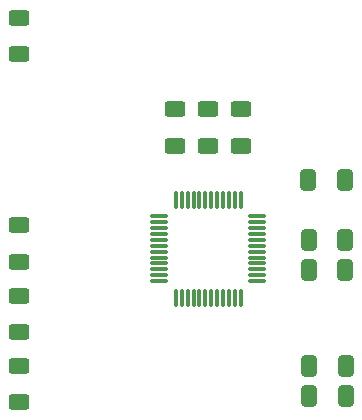
<source format=gtp>
G04 #@! TF.GenerationSoftware,KiCad,Pcbnew,9.0.0*
G04 #@! TF.CreationDate,2025-07-06T15:54:39+02:00*
G04 #@! TF.ProjectId,ckbd,636b6264-2e6b-4696-9361-645f70636258,d*
G04 #@! TF.SameCoordinates,Original*
G04 #@! TF.FileFunction,Paste,Top*
G04 #@! TF.FilePolarity,Positive*
%FSLAX46Y46*%
G04 Gerber Fmt 4.6, Leading zero omitted, Abs format (unit mm)*
G04 Created by KiCad (PCBNEW 9.0.0) date 2025-07-06 15:54:39*
%MOMM*%
%LPD*%
G01*
G04 APERTURE LIST*
G04 Aperture macros list*
%AMRoundRect*
0 Rectangle with rounded corners*
0 $1 Rounding radius*
0 $2 $3 $4 $5 $6 $7 $8 $9 X,Y pos of 4 corners*
0 Add a 4 corners polygon primitive as box body*
4,1,4,$2,$3,$4,$5,$6,$7,$8,$9,$2,$3,0*
0 Add four circle primitives for the rounded corners*
1,1,$1+$1,$2,$3*
1,1,$1+$1,$4,$5*
1,1,$1+$1,$6,$7*
1,1,$1+$1,$8,$9*
0 Add four rect primitives between the rounded corners*
20,1,$1+$1,$2,$3,$4,$5,0*
20,1,$1+$1,$4,$5,$6,$7,0*
20,1,$1+$1,$6,$7,$8,$9,0*
20,1,$1+$1,$8,$9,$2,$3,0*%
G04 Aperture macros list end*
%ADD10RoundRect,0.250000X0.625000X-0.400000X0.625000X0.400000X-0.625000X0.400000X-0.625000X-0.400000X0*%
%ADD11RoundRect,0.250000X0.412500X0.650000X-0.412500X0.650000X-0.412500X-0.650000X0.412500X-0.650000X0*%
%ADD12RoundRect,0.250000X-0.412500X-0.650000X0.412500X-0.650000X0.412500X0.650000X-0.412500X0.650000X0*%
%ADD13RoundRect,0.075000X-0.075000X0.662500X-0.075000X-0.662500X0.075000X-0.662500X0.075000X0.662500X0*%
%ADD14RoundRect,0.075000X-0.662500X0.075000X-0.662500X-0.075000X0.662500X-0.075000X0.662500X0.075000X0*%
%ADD15RoundRect,0.250000X-0.625000X0.400000X-0.625000X-0.400000X0.625000X-0.400000X0.625000X0.400000X0*%
G04 APERTURE END LIST*
D10*
X110998000Y-74930600D03*
X110998000Y-71830600D03*
D11*
X138659400Y-71831200D03*
X135534400Y-71831200D03*
D12*
X135534400Y-74422000D03*
X138659400Y-74422000D03*
D10*
X127025400Y-53188200D03*
X127025400Y-50088200D03*
D13*
X129775400Y-57762700D03*
X129275400Y-57762700D03*
X128775400Y-57762700D03*
X128275400Y-57762700D03*
X127775400Y-57762700D03*
X127275400Y-57762700D03*
X126775400Y-57762700D03*
X126275400Y-57762700D03*
X125775400Y-57762700D03*
X125275400Y-57762700D03*
X124775400Y-57762700D03*
X124275400Y-57762700D03*
D14*
X122862900Y-59175200D03*
X122862900Y-59675200D03*
X122862900Y-60175200D03*
X122862900Y-60675200D03*
X122862900Y-61175200D03*
X122862900Y-61675200D03*
X122862900Y-62175200D03*
X122862900Y-62675200D03*
X122862900Y-63175200D03*
X122862900Y-63675200D03*
X122862900Y-64175200D03*
X122862900Y-64675200D03*
D13*
X124275400Y-66087700D03*
X124775400Y-66087700D03*
X125275400Y-66087700D03*
X125775400Y-66087700D03*
X126275400Y-66087700D03*
X126775400Y-66087700D03*
X127275400Y-66087700D03*
X127775400Y-66087700D03*
X128275400Y-66087700D03*
X128775400Y-66087700D03*
X129275400Y-66087700D03*
X129775400Y-66087700D03*
D14*
X131187900Y-64675200D03*
X131187900Y-64175200D03*
X131187900Y-63675200D03*
X131187900Y-63175200D03*
X131187900Y-62675200D03*
X131187900Y-62175200D03*
X131187900Y-61675200D03*
X131187900Y-61175200D03*
X131187900Y-60675200D03*
X131187900Y-60175200D03*
X131187900Y-59675200D03*
X131187900Y-59175200D03*
D11*
X138620900Y-56083200D03*
X135495900Y-56083200D03*
D10*
X110998000Y-68987000D03*
X110998000Y-65887000D03*
D11*
X138640150Y-61194750D03*
X135515150Y-61194750D03*
D15*
X129819400Y-50088200D03*
X129819400Y-53188200D03*
D11*
X138640150Y-63734750D03*
X135515150Y-63734750D03*
D10*
X124231400Y-53188200D03*
X124231400Y-50088200D03*
D15*
X111023400Y-63018000D03*
X111023400Y-59918000D03*
X111023400Y-42366000D03*
X111023400Y-45466000D03*
M02*

</source>
